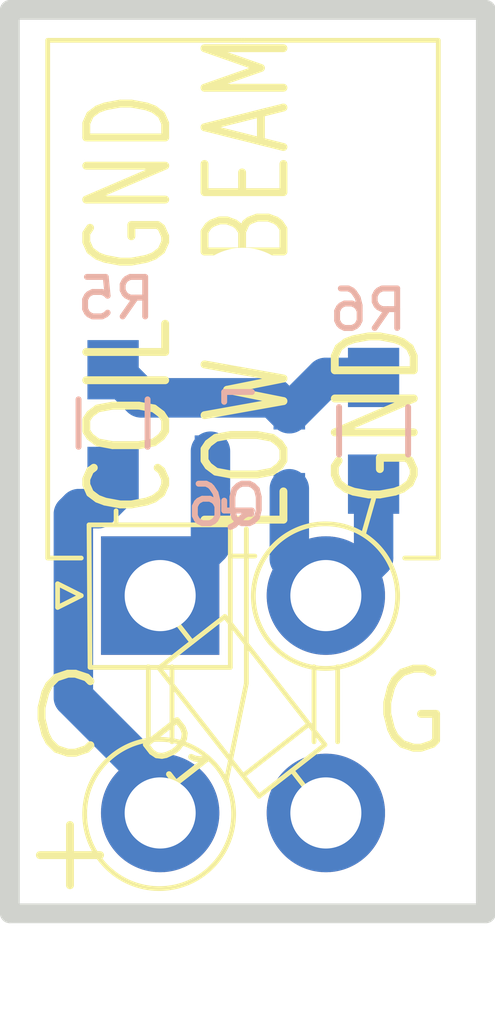
<source format=kicad_pcb>
(kicad_pcb (version 20200518) (host pcbnew "5.99.0-unknown-6083c08~88~ubuntu18.04.1")

  (general
    (thickness 1.6)
    (drawings 21)
    (tracks 19)
    (modules 5)
    (nets 6)
  )

  (paper "A4")
  (layers
    (0 "F.Cu" signal)
    (31 "B.Cu" signal)
    (32 "B.Adhes" user)
    (33 "F.Adhes" user)
    (34 "B.Paste" user)
    (35 "F.Paste" user)
    (36 "B.SilkS" user)
    (37 "F.SilkS" user)
    (38 "B.Mask" user)
    (39 "F.Mask" user)
    (40 "Dwgs.User" user)
    (41 "Cmts.User" user)
    (42 "Eco1.User" user)
    (43 "Eco2.User" user)
    (44 "Edge.Cuts" user)
    (45 "Margin" user)
    (46 "B.CrtYd" user)
    (47 "F.CrtYd" user)
    (48 "B.Fab" user)
    (49 "F.Fab" user)
  )

  (setup
    (stackup
      (layer "F.SilkS" (type "Top Silk Screen"))
      (layer "F.Paste" (type "Top Solder Paste"))
      (layer "F.Mask" (type "Top Solder Mask") (color "Green") (thickness 0.01))
      (layer "F.Cu" (type "copper") (thickness 0.035))
      (layer "dielectric 1" (type "core") (thickness 1.51) (material "FR4") (epsilon_r 4.5) (loss_tangent 0.02))
      (layer "B.Cu" (type "copper") (thickness 0.035))
      (layer "B.Mask" (type "Bottom Solder Mask") (color "Green") (thickness 0.01))
      (layer "B.Paste" (type "Bottom Solder Paste"))
      (layer "B.SilkS" (type "Bottom Silk Screen"))
      (copper_finish "None")
      (dielectric_constraints no)
    )
    (last_trace_width 0.2)
    (trace_clearance 0.2)
    (zone_clearance 0.508)
    (zone_45_only no)
    (trace_min 0.2)
    (clearance_min 0)
    (via_min_annulus 0.05)
    (via_min_size 0.4)
    (through_hole_min 0.3)
    (hole_to_hole_min 0.25)
    (via_size 0.8)
    (via_drill 0.4)
    (uvia_size 0.3)
    (uvia_drill 0.1)
    (uvias_allowed no)
    (uvia_min_size 0.2)
    (uvia_min_drill 0.1)
    (max_error 0.005)
    (defaults
      (edge_clearance 0.01)
      (edge_cuts_line_width 0.5)
      (courtyard_line_width 0.05)
      (copper_line_width 0.5)
      (copper_text_dims (size 1.5 1.5) (thickness 0.3))
      (silk_line_width 0.12)
      (silk_text_dims (size 1 1) (thickness 0.15))
      (fab_layers_line_width 0.1)
      (fab_layers_text_dims (size 1 1) (thickness 0.15))
      (other_layers_line_width 0.1)
      (other_layers_text_dims (size 1 1) (thickness 0.15))
      (dimension_units 2)
      (dimension_precision 0)
    )
    (pad_size 4 4)
    (pad_drill 4)
    (pad_to_mask_clearance 0.05)
    (aux_axis_origin 0 0)
    (visible_elements FFFFFF7F)
    (pcbplotparams
      (layerselection 0x310ff_ffffffff)
      (usegerberextensions false)
      (usegerberattributes true)
      (usegerberadvancedattributes true)
      (creategerberjobfile true)
      (svguseinch false)
      (svgprecision 6)
      (excludeedgelayer true)
      (linewidth 0.050000)
      (plotframeref false)
      (viasonmask false)
      (mode 1)
      (useauxorigin false)
      (hpglpennumber 1)
      (hpglpenspeed 20)
      (hpglpendiameter 15.000000)
      (psnegative false)
      (psa4output false)
      (plotreference true)
      (plotvalue true)
      (plotinvisibletext false)
      (sketchpadsonfab false)
      (subtractmaskfromsilk false)
      (outputformat 1)
      (mirror false)
      (drillshape 0)
      (scaleselection 1)
      (outputdirectory "plot")
    )
  )

  (net 0 "")
  (net 1 "/GND")
  (net 2 "/LOWBEAM_IN")
  (net 3 "/LOW_BEAM_SHIELD_COIL_GND")
  (net 4 "Net-(Q6-Pad1)")
  (net 5 "Net-(D1-Pad1)")

  (net_class "Default" "This is the default net class."
    (clearance 0.2)
    (trace_width 0.2)
    (via_dia 0.8)
    (via_drill 0.4)
    (uvia_dia 0.3)
    (uvia_drill 0.1)
    (add_net "/GND")
    (add_net "Net-(D1-Pad1)")
    (add_net "Net-(Q6-Pad1)")
  )

  (net_class "data" ""
    (clearance 0.2)
    (trace_width 0.2)
    (via_dia 0.8)
    (via_drill 0.4)
    (uvia_dia 0.3)
    (uvia_drill 0.1)
  )

  (net_class "power" ""
    (clearance 0.2)
    (trace_width 1)
    (via_dia 1)
    (via_drill 0.5)
    (uvia_dia 0.3)
    (uvia_drill 0.1)
    (add_net "/LOWBEAM_IN")
    (add_net "/LOW_BEAM_SHIELD_COIL_GND")
  )

  (module "Diodes_ThroughHole:D_DO-35_SOD27_P7.62mm_Horizontal" (layer "F.Cu") (tedit 5921392F) (tstamp c02042e7-1bab-419f-b1b6-c2a7625da77e)
    (at 129.5146 101.9048 128)
    (descr "D, DO-35_SOD27 series, Axial, Horizontal, pin pitch=7.62mm, , length*diameter=4*2mm^2, , http://www.diodes.com/_files/packages/DO-35.pdf")
    (tags "D DO-35_SOD27 series Axial Horizontal pin pitch 7.62mm  length 4mm diameter 2mm")
    (path "/e2e76c7e-d15b-4e8d-bec1-61072f2e1c5d")
    (fp_text reference "D1" (at 3.81 -2.06 128) (layer "F.SilkS")
      (effects (font (size 1 1) (thickness 0.15)))
    )
    (fp_text value "1N4148" (at 3.81 2.06 128) (layer "F.Fab")
      (effects (font (size 1 1) (thickness 0.15)))
    )
    (fp_text user "${REFERENCE}" (at 3.81 0 128) (layer "F.Fab")
      (effects (font (size 1 1) (thickness 0.15)))
    )
    (fp_line (start 1.81 -1) (end 1.81 1) (layer "F.Fab") (width 0.1))
    (fp_line (start 1.81 1) (end 5.81 1) (layer "F.Fab") (width 0.1))
    (fp_line (start 5.81 1) (end 5.81 -1) (layer "F.Fab") (width 0.1))
    (fp_line (start 5.81 -1) (end 1.81 -1) (layer "F.Fab") (width 0.1))
    (fp_line (start 0 0) (end 1.81 0) (layer "F.Fab") (width 0.1))
    (fp_line (start 7.62 0) (end 5.81 0) (layer "F.Fab") (width 0.1))
    (fp_line (start 2.41 -1) (end 2.41 1) (layer "F.Fab") (width 0.1))
    (fp_line (start 1.75 -1.06) (end 1.75 1.06) (layer "F.SilkS") (width 0.12))
    (fp_line (start 1.75 1.06) (end 5.87 1.06) (layer "F.SilkS") (width 0.12))
    (fp_line (start 5.87 1.06) (end 5.87 -1.06) (layer "F.SilkS") (width 0.12))
    (fp_line (start 5.87 -1.06) (end 1.75 -1.06) (layer "F.SilkS") (width 0.12))
    (fp_line (start 0.98 0) (end 1.75 0) (layer "F.SilkS") (width 0.12))
    (fp_line (start 6.64 0) (end 5.87 0) (layer "F.SilkS") (width 0.12))
    (fp_line (start 2.41 -1.06) (end 2.41 1.06) (layer "F.SilkS") (width 0.12))
    (fp_line (start -1.05 -1.35) (end -1.05 1.35) (layer "F.CrtYd") (width 0.05))
    (fp_line (start -1.05 1.35) (end 8.7 1.35) (layer "F.CrtYd") (width 0.05))
    (fp_line (start 8.7 1.35) (end 8.7 -1.35) (layer "F.CrtYd") (width 0.05))
    (fp_line (start 8.7 -1.35) (end -1.05 -1.35) (layer "F.CrtYd") (width 0.05))
    (pad "1" thru_hole rect (at 0 0 128) (size 1.6 1.6) (drill 0.8) (layers *.Cu *.Mask)
      (net 5 "Net-(D1-Pad1)") (pinfunction "K") (tstamp 27739ffd-bc3f-4066-93b7-330e0b5d953c))
    (pad "2" thru_hole oval (at 7.62 0 128) (size 1.6 1.6) (drill 0.8) (layers *.Cu *.Mask)
      (net 3 "/LOW_BEAM_SHIELD_COIL_GND") (pinfunction "A") (tstamp a5f04d9f-a219-4c41-9d5b-461445a77e04))
    (model "${KISYS3DMOD}/Diodes_THT.3dshapes/D_DO-35_SOD27_P7.62mm_Horizontal.wrl"
      (at (xyz 0 0 0))
      (scale (xyz 0.393701 0.393701 0.393701))
      (rotate (xyz 0 0 0))
    )
  )

  (module "Resistors_SMD.pretty:R_0805_HandSoldering" (layer "B.Cu") (tedit 54189DEE) (tstamp 86b30069-bf8c-488a-a90c-8f83614cd3e9)
    (at 130.5052 91.9306 90)
    (descr "Resistor SMD 0805, hand soldering")
    (tags "resistor 0805")
    (path "/56566d0a-6a2c-4a1b-9c6c-201b73cebbea")
    (attr smd)
    (fp_text reference "R6" (at 3.0569 -0.1397) (layer "B.SilkS")
      (effects (font (size 1 1) (thickness 0.15)) (justify mirror))
    )
    (fp_text value "10k" (at -0.1054 0 270) (layer "B.Fab")
      (effects (font (size 1 1) (thickness 0.15)) (justify mirror))
    )
    (fp_line (start -0.6 0.875) (end 0.6 0.875) (layer "B.SilkS") (width 0.15))
    (fp_line (start 0.6 -0.875) (end -0.6 -0.875) (layer "B.SilkS") (width 0.15))
    (fp_line (start 2.4 1) (end 2.4 -1) (layer "B.CrtYd") (width 0.05))
    (fp_line (start -2.4 1) (end -2.4 -1) (layer "B.CrtYd") (width 0.05))
    (fp_line (start -2.4 -1) (end 2.4 -1) (layer "B.CrtYd") (width 0.05))
    (fp_line (start -2.4 1) (end 2.4 1) (layer "B.CrtYd") (width 0.05))
    (pad "2" smd rect (at 1.35 0 90) (size 1.5 1.3) (layers "B.Cu" "B.Paste" "B.Mask")
      (net 4 "Net-(Q6-Pad1)") (tstamp 01d9edd7-b8e7-4983-b508-d2f699d98235))
    (pad "1" smd rect (at -1.35 0 90) (size 1.5 1.3) (layers "B.Cu" "B.Paste" "B.Mask")
      (net 1 "/GND") (tstamp 34f23a48-8f2c-4f84-bb67-5f2e6d6aeff0))
    (model "Resistors_SMD.3dshapes/R_0805_HandSoldering.wrl"
      (at (xyz 0 0 0))
      (scale (xyz 1 1 1))
      (rotate (xyz 0 0 0))
    )
  )

  (module "Resistors_SMD.pretty:R_0805_HandSoldering" (layer "B.Cu") (tedit 54189DEE) (tstamp 2c734ab9-716b-4720-81d7-dd4e7cbb51c0)
    (at 123.9012 91.735 90)
    (descr "Resistor SMD 0805, hand soldering")
    (tags "resistor 0805")
    (path "/879d5d93-265e-4375-b377-bff20c4f1b21")
    (attr smd)
    (fp_text reference "R5" (at 3.1534 0.0762 180) (layer "B.SilkS")
      (effects (font (size 1 1) (thickness 0.15)) (justify mirror))
    )
    (fp_text value "1k" (at 0.0292 0.0381 90) (layer "B.Fab")
      (effects (font (size 1 1) (thickness 0.15)) (justify mirror))
    )
    (fp_line (start -0.6 0.875) (end 0.6 0.875) (layer "B.SilkS") (width 0.15))
    (fp_line (start 0.6 -0.875) (end -0.6 -0.875) (layer "B.SilkS") (width 0.15))
    (fp_line (start 2.4 1) (end 2.4 -1) (layer "B.CrtYd") (width 0.05))
    (fp_line (start -2.4 1) (end -2.4 -1) (layer "B.CrtYd") (width 0.05))
    (fp_line (start -2.4 -1) (end 2.4 -1) (layer "B.CrtYd") (width 0.05))
    (fp_line (start -2.4 1) (end 2.4 1) (layer "B.CrtYd") (width 0.05))
    (pad "2" smd rect (at 1.35 0 90) (size 1.5 1.3) (layers "B.Cu" "B.Paste" "B.Mask")
      (net 4 "Net-(Q6-Pad1)") (tstamp 01d9edd7-b8e7-4983-b508-d2f699d98235))
    (pad "1" smd rect (at -1.35 0 90) (size 1.5 1.3) (layers "B.Cu" "B.Paste" "B.Mask")
      (net 2 "/LOWBEAM_IN") (tstamp 34f23a48-8f2c-4f84-bb67-5f2e6d6aeff0))
    (model "Resistors_SMD.3dshapes/R_0805_HandSoldering.wrl"
      (at (xyz 0 0 0))
      (scale (xyz 1 1 1))
      (rotate (xyz 0 0 0))
    )
  )

  (module "Housings_SOT-23_SOT-143_TSOT-6.pretty:SOT-23" (layer "B.Cu") (tedit 553634F8) (tstamp 7b5897c8-48e0-418f-971c-29a3cb9dbf26)
    (at 127.3683 92.44748 -90)
    (descr "SOT-23, Standard")
    (tags "SOT-23")
    (path "/73a46676-1cb1-4262-b2d2-03afc4ae2c41")
    (attr smd)
    (fp_text reference "Q6" (at 1.36652 0.5842 180) (layer "B.SilkS")
      (effects (font (size 1 1) (thickness 0.15)) (justify mirror))
    )
    (fp_text value "IRLML2502TRPBF" (at 0.55372 0.0508 90) (layer "B.Fab")
      (effects (font (size 1 1) (thickness 0.15)) (justify mirror))
    )
    (fp_line (start 1.49982 0.65024) (end 1.49982 -0.0508) (layer "B.SilkS") (width 0.15))
    (fp_line (start 1.29916 0.65024) (end 1.49982 0.65024) (layer "B.SilkS") (width 0.15))
    (fp_line (start -1.49982 0.65024) (end -1.2509 0.65024) (layer "B.SilkS") (width 0.15))
    (fp_line (start -1.49982 -0.0508) (end -1.49982 0.65024) (layer "B.SilkS") (width 0.15))
    (fp_line (start 1.29916 0.65024) (end 1.2509 0.65024) (layer "B.SilkS") (width 0.15))
    (fp_line (start -1.65 -1.6) (end -1.65 1.6) (layer "B.CrtYd") (width 0.05))
    (fp_line (start 1.65 -1.6) (end -1.65 -1.6) (layer "B.CrtYd") (width 0.05))
    (fp_line (start 1.65 1.6) (end 1.65 -1.6) (layer "B.CrtYd") (width 0.05))
    (fp_line (start -1.65 1.6) (end 1.65 1.6) (layer "B.CrtYd") (width 0.05))
    (pad "3" smd rect (at 0 0.99822 270) (size 0.8001 0.8001) (layers "B.Cu" "B.Paste" "B.Mask")
      (net 3 "/LOW_BEAM_SHIELD_COIL_GND") (pinfunction "D") (tstamp a3eccb1a-1fa1-49cb-946a-de3cdd0322fb))
    (pad "2" smd rect (at 0.95 -1.00076 270) (size 0.8001 0.8001) (layers "B.Cu" "B.Paste" "B.Mask")
      (net 1 "/GND") (pinfunction "S") (tstamp a47b447b-f041-49b1-87e3-8c1bbd535078))
    (pad "1" smd rect (at -0.95 -1.00076 270) (size 0.8001 0.8001) (layers "B.Cu" "B.Paste" "B.Mask")
      (net 4 "Net-(Q6-Pad1)") (pinfunction "G") (tstamp 56033214-87ad-4e3c-9f57-01b512bdf853))
    (model "Housings_SOT-23_SOT-143_TSOT-6.3dshapes/SOT-23.wrl"
      (at (xyz 0 0 0))
      (scale (xyz 1 1 1))
      (rotate (xyz 0 0 0))
    )
  )

  (module "Connectors_Molex:Molex_MiniFit-JR-5569-04A2_2x02x4.20mm_Angled" (layer "F.Cu") (tedit 58A28C61) (tstamp ae17d49c-ccd5-47d2-abab-d3ad402553b0)
    (at 125.095 96.1)
    (descr "Molex Mini-Fit JR, PN:5569-04A2, dual row, side entry type, through hole, with plastic peg mount")
    (tags "connector molex mini-fit 5569")
    (path "/de19705e-b807-4d50-a55e-b68a55dad723")
    (fp_text reference "J3" (at 5.7912 -12.6864) (layer "F.SilkS") hide
      (effects (font (size 1 1) (thickness 0.15)))
    )
    (fp_text value "HIGHBEAM_IN" (at 2.1 10) (layer "F.Fab")
      (effects (font (size 1 1) (thickness 0.15)))
    )
    (fp_line (start -3.19 -14.39) (end -3.19 7.5) (layer "F.CrtYd") (width 0.05))
    (fp_line (start -3.19 7.5) (end 7.4 7.5) (layer "F.CrtYd") (width 0.05))
    (fp_line (start 7.4 7.5) (end 7.4 -14.39) (layer "F.CrtYd") (width 0.05))
    (fp_line (start 7.4 -14.39) (end -3.19 -14.39) (layer "F.CrtYd") (width 0.05))
    (fp_line (start -2 -0.95) (end -2.85 -0.95) (layer "F.SilkS") (width 0.12))
    (fp_line (start -2.85 -0.95) (end -2.85 -14.05) (layer "F.SilkS") (width 0.12))
    (fp_line (start -2.85 -14.05) (end 2.1 -14.05) (layer "F.SilkS") (width 0.12))
    (fp_line (start 6.2 -0.95) (end 7.05 -0.95) (layer "F.SilkS") (width 0.12))
    (fp_line (start 7.05 -0.95) (end 7.05 -14.05) (layer "F.SilkS") (width 0.12))
    (fp_line (start 7.05 -14.05) (end 2.1 -14.05) (layer "F.SilkS") (width 0.12))
    (fp_line (start -2.7 -13.9) (end -2.7 -1.1) (layer "F.Fab") (width 0.1))
    (fp_line (start -2.7 -1.1) (end 6.9 -1.1) (layer "F.Fab") (width 0.1))
    (fp_line (start 6.9 -1.1) (end 6.9 -13.9) (layer "F.Fab") (width 0.1))
    (fp_line (start 6.9 -13.9) (end -2.7 -13.9) (layer "F.Fab") (width 0.1))
    (fp_line (start -0.3 1.8) (end -0.3 3.7) (layer "F.SilkS") (width 0.12))
    (fp_line (start 0.3 1.8) (end 0.3 3.7) (layer "F.SilkS") (width 0.12))
    (fp_line (start 3.9 1.8) (end 3.9 3.7) (layer "F.SilkS") (width 0.12))
    (fp_line (start 4.5 1.8) (end 4.5 3.7) (layer "F.SilkS") (width 0.12))
    (fp_line (start 1.8 -1) (end 2.4 -1) (layer "F.SilkS") (width 0.12))
    (fp_line (start -2 0) (end -2.6 0.3) (layer "F.SilkS") (width 0.12))
    (fp_line (start -2.6 0.3) (end -2.6 -0.3) (layer "F.SilkS") (width 0.12))
    (fp_line (start -2.6 -0.3) (end -2 0) (layer "F.SilkS") (width 0.12))
    (fp_line (start -2 0) (end -2.6 0.3) (layer "F.Fab") (width 0.1))
    (fp_line (start -2.6 0.3) (end -2.6 -0.3) (layer "F.Fab") (width 0.1))
    (fp_line (start -2.6 -0.3) (end -2 0) (layer "F.Fab") (width 0.1))
    (fp_text user "${REFERENCE}" (at 2.1 -4.5) (layer "F.Fab")
      (effects (font (size 1 1) (thickness 0.15)))
    )
    (pad "1" thru_hole rect (at 0 0) (size 3 3) (drill 1.8) (layers *.Cu *.Mask)
      (net 3 "/LOW_BEAM_SHIELD_COIL_GND") (pinfunction "Pin_1") (tstamp 79e86b4d-b9dd-41b6-be39-748cc51135d7))
    (pad "2" thru_hole circle (at 4.2 0) (size 3 3) (drill 1.8) (layers *.Cu *.Mask)
      (net 1 "/GND") (pinfunction "Pin_2") (tstamp 46fac2c0-e3d5-458c-9537-58176e169d29))
    (pad "3" thru_hole circle (at 0 5.5) (size 3 3) (drill 1.8) (layers *.Cu *.Mask)
      (net 2 "/LOWBEAM_IN") (pinfunction "Pin_3") (tstamp eabfdb13-bf61-4ff8-8aea-56463bbca6e3))
    (pad "4" thru_hole circle (at 4.2 5.5) (size 3 3) (drill 1.8) (layers *.Cu *.Mask)
      (net 5 "Net-(D1-Pad1)") (pinfunction "Pin_4") (tstamp b21e4ee0-4029-4b91-a9bf-3446d6abdad1))
    (pad "" np_thru_hole circle (at 2.1 -7.3) (size 3 3) (drill 3) (layers *.Cu *.Mask) (tstamp 6ceb52b2-3262-4ceb-8d92-cb67b4e0ee81))
    (model "${KISYS3DMOD}/Connectors_Molex.3dshapes/Molex_MiniFit-JR-5569-04A2_2x02x4.20mm_Angled.wrl"
      (at (xyz 0 0 0))
      (scale (xyz 1 1 1))
      (rotate (xyz 0 0 0))
    )
  )

  (gr_line (start 127.2794 98.3234) (end 127.2794 94.4118) (layer "F.SilkS") (width 0.12) (tstamp 4f823633-843c-4102-8cff-30811347b99a))
  (gr_line (start 123.2916 94.3102) (end 123.317 97.917) (layer "F.SilkS") (width 0.12) (tstamp 84174286-32cd-493a-909b-2db9ce0b76c1))
  (gr_line (start 126.873 94.3102) (end 123.2916 94.3102) (layer "F.SilkS") (width 0.12) (tstamp 8708c08b-c339-477e-a411-70819654b5da))
  (gr_line (start 126.873 94.3864) (end 126.873 94.3102) (layer "F.SilkS") (width 0.12) (tstamp b64834ab-a302-4c19-bd88-c8790ac26fec))
  (gr_line (start 126.873 97.917) (end 126.873 94.3864) (layer "F.SilkS") (width 0.12) (tstamp 3dfb3c20-a98d-4781-97a6-98e79e5191d4))
  (gr_line (start 123.317 97.917) (end 126.873 97.917) (layer "F.SilkS") (width 0.12) (tstamp 714cb07d-3fc3-45d7-8191-80da52e8a90f))
  (gr_circle (center 129.286 96.1136) (end 130.7338 94.996) (layer "F.SilkS") (width 0.12) (tstamp bc595200-a3d5-428c-8c97-58fbfab31cbe))
  (gr_circle (center 125.0696 101.6254) (end 126.873 102.1842) (layer "F.SilkS") (width 0.12) (tstamp 0280e877-9232-46ba-87a0-515dfb9d1334))
  (gr_line (start 123.9774 93.9546) (end 123.9774 94.2848) (layer "F.SilkS") (width 0.12) (tstamp e63d1467-ff03-47c1-a65a-810d7fdec354))
  (gr_line (start 130.5052 93.6498) (end 130.2512 94.5388) (layer "F.SilkS") (width 0.12) (tstamp aad34988-aff3-4f10-846e-2b65b4ec5fe4))
  (gr_line (start 126.7714 100.7872) (end 127.2794 98.3234) (layer "F.SilkS") (width 0.12) (tstamp 897741e4-451b-4cf8-b92c-52d13c7fe47e))
  (gr_text "LOW  BEAM" (at 127.3048 88.2142 90) (layer "F.SilkS") (tstamp 7ccaa1a5-b687-4062-83bc-7bc0b0861f86)
    (effects (font (size 2 1.5) (thickness 0.2)))
  )
  (gr_text "GND" (at 130.6068 91.5416 90) (layer "F.SilkS") (tstamp 3538a4e0-aced-44f6-b6fb-eb44d3772549)
    (effects (font (size 2 1.5) (thickness 0.2)))
  )
  (gr_text "COIL GND" (at 124.3076 88.7222 90) (layer "F.SilkS") (tstamp 181b888a-5e50-46e1-877d-117b5b557426)
    (effects (font (size 2 1.5) (thickness 0.2)))
  )
  (gr_text "C" (at 122.7074 99.1616) (layer "F.SilkS") (tstamp 7672fe71-b218-4e72-b792-adc00948cb02)
    (effects (font (size 2 2) (thickness 0.2)))
  )
  (gr_text "G" (at 131.4704 99.0346) (layer "F.SilkS") (tstamp 70885aad-b77c-40c0-acca-47b9dc4bd66f)
    (effects (font (size 2 2) (thickness 0.2)))
  )
  (gr_text "+" (at 122.809 102.5144) (layer "F.SilkS") (tstamp 585efafb-3dc8-445a-812f-35c6b565cebd)
    (effects (font (size 2 2) (thickness 0.2)))
  )
  (gr_line (start 133.35 81.28) (end 133.35 104.14) (layer "Edge.Cuts") (width 0.5) (tstamp f64949d9-7db2-464a-a951-333310c2dde0))
  (gr_line (start 121.285 104.14) (end 133.35 104.14) (layer "Edge.Cuts") (width 0.5) (tstamp dc64e829-2d3a-4f7e-ab09-873d15466c03))
  (gr_line (start 121.285 81.28) (end 121.285 104.14) (layer "Edge.Cuts") (width 0.5) (tstamp ae71c5a3-198f-46fb-afbb-d9b0ee4aa852))
  (gr_line (start 133.35 81.28) (end 121.285 81.28) (layer "Edge.Cuts") (width 0.5) (tstamp 2a4a1405-3010-4db3-bd11-ecacf6c87b7e))

  (segment (start 129.5527 96.1) (end 130.5052 95.1475) (width 1) (layer "B.Cu") (net 1) (tstamp aad232d1-31e1-44cd-aeb9-ac144bc4d4f1))
  (segment (start 129.295 96.1) (end 129.5527 96.1) (width 0.2) (layer "B.Cu") (net 1) (tstamp e2d349e1-7c63-4018-a9e2-b727b87deaac))
  (segment (start 130.5052 95.1475) (end 130.5052 93.2806) (width 1) (layer "B.Cu") (net 1) (tstamp 5cf2ce1a-5c4b-48c6-8d70-d3f4feb294fb))
  (segment (start 128.36906 93.39748) (end 128.36906 95.17406) (width 1) (layer "B.Cu") (net 1) (tstamp 56548c0a-2a5b-47c7-b27f-b95d6c7c9237))
  (segment (start 128.36906 95.17406) (end 129.295 96.1) (width 1) (layer "B.Cu") (net 1) (tstamp 0634a3d8-7aa9-4138-891d-a7a42d110f74))
  (segment (start 123.9012 93.5219) (end 123.523101 93.899999) (width 1) (layer "B.Cu") (net 2) (tstamp b89baf5f-a0ec-49b0-980e-8b7e47fea9f6))
  (segment (start 123.9012 93.085) (end 123.9012 93.5219) (width 1) (layer "B.Cu") (net 2) (tstamp e01afc8b-498c-4432-b3ad-3d8274c583f5))
  (segment (start 123.523101 93.899999) (end 123.034999 93.899999) (width 1) (layer "B.Cu") (net 2) (tstamp 9ac661d7-1272-4770-8b12-46020cfa0569))
  (segment (start 122.894999 94.039999) (end 122.894999 98.675199) (width 1) (layer "B.Cu") (net 2) (tstamp c94593d1-c2cf-4ff7-b239-dce01db67f99))
  (segment (start 123.034999 93.899999) (end 122.894999 94.039999) (width 1) (layer "B.Cu") (net 2) (tstamp 0275c925-c29a-4757-9fe9-d931151b1337))
  (segment (start 122.894999 98.675199) (end 125.095 100.8752) (width 1) (layer "B.Cu") (net 2) (tstamp f1ec42d3-4e1f-4fc8-a98d-43823daf856a))
  (segment (start 125.095 100.8752) (end 125.095 101.6) (width 1) (layer "B.Cu") (net 2) (tstamp 91aa4b91-3f2b-46d0-990a-7488c98c95eb))
  (segment (start 126.37008 92.44748) (end 126.37008 94.82492) (width 1) (layer "B.Cu") (net 3) (tstamp bdac2d86-27f6-4aa5-b14c-8c4657fb8b6a))
  (segment (start 126.37008 94.82492) (end 125.095 96.1) (width 1) (layer "B.Cu") (net 3) (tstamp 257e10a9-40fa-46c0-8f73-549dec2bc927))
  (segment (start 127.96778 91.0962) (end 124.6124 91.0962) (width 1) (layer "B.Cu") (net 4) (tstamp 8c966dbb-718a-4db5-b3bf-a7aeba8ad36a))
  (segment (start 128.36906 91.49748) (end 127.96778 91.0962) (width 1) (layer "B.Cu") (net 4) (tstamp ec97657f-6759-41f7-997d-f0562ca99507))
  (segment (start 124.6124 91.0962) (end 123.9012 90.385) (width 1) (layer "B.Cu") (net 4) (tstamp 3d18b8ee-0082-4ea3-bd28-ffd3b0af8001))
  (segment (start 130.5052 90.5806) (end 129.28594 90.5806) (width 1) (layer "B.Cu") (net 4) (tstamp ae0806a4-e842-4f8c-ae2b-3f14ecdc0b2a))
  (segment (start 129.28594 90.5806) (end 128.36906 91.49748) (width 1) (layer "B.Cu") (net 4) (tstamp b0958ef4-cf39-482a-a3d9-71d9ba7c147a))

)

</source>
